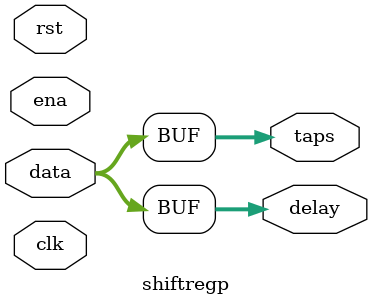
<source format=sv>
module shiftregp
#(
  parameter WIDTH = 16,   // Width of signals
  parameter DEPTH = 0     // Delay value
)
(
  input                         clk,
  input                         rst,
  input                         ena, 
  input   [WIDTH - 1:0]         data, 
  output  [WIDTH - 1:0]         delay, 
  output  [WIDTH*(DEPTH+1)-1:0] taps
);

initial  if ( WIDTH == 0 ) $error("Width cannot be zero");

genvar i;
generate  if(DEPTH == 0) begin
  assign delay    = data;
  assign taps     = data;
end else begin
  logic [WIDTH - 1:0] chain [DEPTH - 1:0];    // Delay chain
      
  assign taps[0*WIDTH +: WIDTH] = data; // First tap its data
  assign delay = chain[DEPTH - 1];    // Delayed data
  // Other taps delayed
  for (i = 1; i < DEPTH + 1; i++) begin : taps_process
    assign taps[i*WIDTH +: WIDTH] = chain[i-1];
  end
  
  // Delay chain
  always_ff @ (posedge clk or posedge rst) begin
    for (int j = 0; j < DEPTH; j++) begin
      if (rst) chain[j] <= '0;
      else if(ena) begin
        if(j == 0) chain[j] <= data;
        else chain[j] <= chain[j - 1];
      end
    end
  end
end endgenerate

endmodule
</source>
